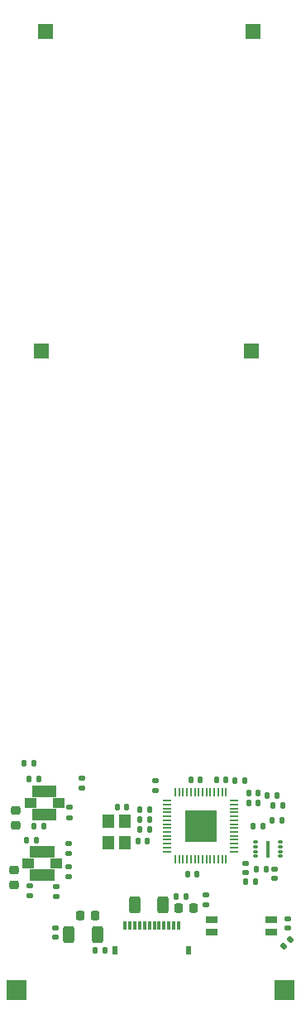
<source format=gbr>
%TF.GenerationSoftware,KiCad,Pcbnew,8.0.1*%
%TF.CreationDate,2024-04-01T01:15:32-04:00*%
%TF.ProjectId,MicrocontrollerInputModule,4d696372-6f63-46f6-9e74-726f6c6c6572,V3.0*%
%TF.SameCoordinates,Original*%
%TF.FileFunction,Soldermask,Bot*%
%TF.FilePolarity,Negative*%
%FSLAX46Y46*%
G04 Gerber Fmt 4.6, Leading zero omitted, Abs format (unit mm)*
G04 Created by KiCad (PCBNEW 8.0.1) date 2024-04-01 01:15:32*
%MOMM*%
%LPD*%
G01*
G04 APERTURE LIST*
G04 Aperture macros list*
%AMRoundRect*
0 Rectangle with rounded corners*
0 $1 Rounding radius*
0 $2 $3 $4 $5 $6 $7 $8 $9 X,Y pos of 4 corners*
0 Add a 4 corners polygon primitive as box body*
4,1,4,$2,$3,$4,$5,$6,$7,$8,$9,$2,$3,0*
0 Add four circle primitives for the rounded corners*
1,1,$1+$1,$2,$3*
1,1,$1+$1,$4,$5*
1,1,$1+$1,$6,$7*
1,1,$1+$1,$8,$9*
0 Add four rect primitives between the rounded corners*
20,1,$1+$1,$2,$3,$4,$5,0*
20,1,$1+$1,$4,$5,$6,$7,0*
20,1,$1+$1,$6,$7,$8,$9,0*
20,1,$1+$1,$8,$9,$2,$3,0*%
G04 Aperture macros list end*
%ADD10R,1.500000X1.500000*%
%ADD11RoundRect,0.140000X-0.140000X-0.170000X0.140000X-0.170000X0.140000X0.170000X-0.140000X0.170000X0*%
%ADD12RoundRect,0.140000X0.140000X0.170000X-0.140000X0.170000X-0.140000X-0.170000X0.140000X-0.170000X0*%
%ADD13RoundRect,0.135000X0.185000X-0.135000X0.185000X0.135000X-0.185000X0.135000X-0.185000X-0.135000X0*%
%ADD14RoundRect,0.225000X-0.250000X0.225000X-0.250000X-0.225000X0.250000X-0.225000X0.250000X0.225000X0*%
%ADD15RoundRect,0.050000X0.050000X-0.387500X0.050000X0.387500X-0.050000X0.387500X-0.050000X-0.387500X0*%
%ADD16RoundRect,0.050000X0.387500X-0.050000X0.387500X0.050000X-0.387500X0.050000X-0.387500X-0.050000X0*%
%ADD17R,3.200000X3.200000*%
%ADD18RoundRect,0.135000X0.135000X0.185000X-0.135000X0.185000X-0.135000X-0.185000X0.135000X-0.185000X0*%
%ADD19RoundRect,0.250000X0.312500X0.625000X-0.312500X0.625000X-0.312500X-0.625000X0.312500X-0.625000X0*%
%ADD20RoundRect,0.147500X-0.172500X0.147500X-0.172500X-0.147500X0.172500X-0.147500X0.172500X0.147500X0*%
%ADD21RoundRect,0.135000X-0.135000X-0.185000X0.135000X-0.185000X0.135000X0.185000X-0.135000X0.185000X0*%
%ADD22RoundRect,0.135000X-0.185000X0.135000X-0.185000X-0.135000X0.185000X-0.135000X0.185000X0.135000X0*%
%ADD23RoundRect,0.225000X-0.225000X-0.250000X0.225000X-0.250000X0.225000X0.250000X-0.225000X0.250000X0*%
%ADD24RoundRect,0.075000X-0.187500X-0.075000X0.187500X-0.075000X0.187500X0.075000X-0.187500X0.075000X0*%
%ADD25R,0.300000X1.700000*%
%ADD26R,2.000000X2.000000*%
%ADD27R,1.200000X1.400000*%
%ADD28RoundRect,0.013920X0.518080X0.218080X-0.518080X0.218080X-0.518080X-0.218080X0.518080X-0.218080X0*%
%ADD29RoundRect,0.013920X-0.218080X0.518080X-0.218080X-0.518080X0.218080X-0.518080X0.218080X0.518080X0*%
%ADD30RoundRect,0.050000X0.150000X0.400000X-0.150000X0.400000X-0.150000X-0.400000X0.150000X-0.400000X0*%
%ADD31RoundRect,0.050000X0.200000X0.400000X-0.200000X0.400000X-0.200000X-0.400000X0.200000X-0.400000X0*%
%ADD32RoundRect,0.140000X-0.170000X0.140000X-0.170000X-0.140000X0.170000X-0.140000X0.170000X0.140000X0*%
%ADD33R,1.250000X0.760000*%
%ADD34RoundRect,0.147500X0.147500X0.172500X-0.147500X0.172500X-0.147500X-0.172500X0.147500X-0.172500X0*%
%ADD35RoundRect,0.147500X0.017678X-0.226274X0.226274X-0.017678X-0.017678X0.226274X-0.226274X0.017678X0*%
G04 APERTURE END LIST*
D10*
%TO.C,*%
X5592893Y102450108D03*
%TD*%
%TO.C,*%
X26892893Y102450108D03*
%TD*%
%TO.C,*%
X26692893Y69750108D03*
%TD*%
D11*
%TO.C,C5*%
X26900000Y21185000D03*
X27860000Y21185000D03*
%TD*%
D12*
%TO.C,C7*%
X26000000Y25857000D03*
X25040000Y25857000D03*
%TD*%
D13*
%TO.C,R8*%
X4042893Y14080108D03*
X4042893Y15100108D03*
%TD*%
D14*
%TO.C,C18*%
X2369999Y16705000D03*
X2369999Y15155000D03*
%TD*%
D15*
%TO.C,U2*%
X24100000Y17762500D03*
X23700000Y17762500D03*
X23300000Y17762500D03*
X22900000Y17762500D03*
X22500000Y17762500D03*
X22100000Y17762500D03*
X21700000Y17762500D03*
X21300000Y17762500D03*
X20900000Y17762500D03*
X20500000Y17762500D03*
X20100000Y17762500D03*
X19700000Y17762500D03*
X19300000Y17762500D03*
X18900000Y17762500D03*
D16*
X18062500Y18600000D03*
X18062500Y19000000D03*
X18062500Y19400000D03*
X18062500Y19800000D03*
X18062500Y20200000D03*
X18062500Y20600000D03*
X18062500Y21000000D03*
X18062500Y21400000D03*
X18062500Y21800000D03*
X18062500Y22200000D03*
X18062500Y22600000D03*
X18062500Y23000000D03*
X18062500Y23400000D03*
X18062500Y23800000D03*
D15*
X18900000Y24637500D03*
X19300000Y24637500D03*
X19700000Y24637500D03*
X20100000Y24637500D03*
X20500000Y24637500D03*
X20900000Y24637500D03*
X21300000Y24637500D03*
X21700000Y24637500D03*
X22100000Y24637500D03*
X22500000Y24637500D03*
X22900000Y24637500D03*
X23300000Y24637500D03*
X23700000Y24637500D03*
X24100000Y24637500D03*
D16*
X24937500Y23800000D03*
X24937500Y23400000D03*
X24937500Y23000000D03*
X24937500Y22600000D03*
X24937500Y22200000D03*
X24937500Y21800000D03*
X24937500Y21400000D03*
X24937500Y21000000D03*
X24937500Y20600000D03*
X24937500Y20200000D03*
X24937500Y19800000D03*
X24937500Y19400000D03*
X24937500Y19000000D03*
X24937500Y18600000D03*
D17*
X21500000Y21200000D03*
%TD*%
D18*
%TO.C,R12*%
X5460000Y21180000D03*
X4440000Y21180000D03*
%TD*%
%TO.C,R7*%
X11742893Y8450108D03*
X10722893Y8450108D03*
%TD*%
D19*
%TO.C,F1*%
X17662500Y13140000D03*
X14737500Y13140000D03*
%TD*%
D20*
%TO.C,D5*%
X22032893Y14130108D03*
X22032893Y13160108D03*
%TD*%
D21*
%TO.C,R1*%
X26110000Y15480000D03*
X27130000Y15480000D03*
%TD*%
D22*
%TO.C,R11*%
X8099999Y23100001D03*
X8099999Y22080001D03*
%TD*%
D23*
%TO.C,C16*%
X9172893Y12040108D03*
X10722893Y12040108D03*
%TD*%
%TO.C,C15*%
X19225000Y12800000D03*
X20775000Y12800000D03*
%TD*%
D11*
%TO.C,C9*%
X28840000Y21757000D03*
X29800000Y21757000D03*
%TD*%
D12*
%TO.C,C1*%
X16060000Y19700000D03*
X15100000Y19700000D03*
%TD*%
D20*
%TO.C,D1*%
X6622893Y10790108D03*
X6622893Y9820108D03*
%TD*%
D24*
%TO.C,U1*%
X27120000Y18107000D03*
X27120000Y18607000D03*
X27120000Y19107000D03*
X27120000Y19607000D03*
X29695000Y19607000D03*
X29695000Y19107000D03*
X29695000Y18607000D03*
X29695000Y18107000D03*
D25*
X28407500Y18857000D03*
%TD*%
D26*
%TO.C,REF\u002A\u002A*%
X30092893Y4450108D03*
%TD*%
D18*
%TO.C,R2*%
X28220000Y16816000D03*
X27200000Y16816000D03*
%TD*%
D11*
%TO.C,C6*%
X26400000Y23600000D03*
X27360000Y23600000D03*
%TD*%
D18*
%TO.C,R9*%
X4900000Y26000000D03*
X3880000Y26000000D03*
%TD*%
D13*
%TO.C,R10*%
X9350000Y25087000D03*
X9350000Y26107000D03*
%TD*%
D12*
%TO.C,C11*%
X24080000Y25950000D03*
X23120000Y25950000D03*
%TD*%
D27*
%TO.C,Y1*%
X13714000Y21665000D03*
X13714000Y19465000D03*
X12014000Y19465000D03*
X12014000Y21665000D03*
%TD*%
D19*
%TO.C,F2*%
X10932893Y10110108D03*
X8007893Y10110108D03*
%TD*%
D28*
%TO.C,U4*%
X3865000Y17655000D03*
D29*
X4300000Y18590000D03*
X4800000Y18590000D03*
X5300000Y18590000D03*
X5800000Y18590000D03*
X6300000Y18590000D03*
D28*
X6735000Y17655000D03*
X6735000Y17155000D03*
D29*
X6300000Y16220000D03*
X5800000Y16220000D03*
X5300000Y16220000D03*
X4800000Y16220000D03*
X4300000Y16220000D03*
D28*
X3865000Y17155000D03*
%TD*%
D22*
%TO.C,R15*%
X7969999Y17005000D03*
X7969999Y15985000D03*
%TD*%
%TO.C,R16*%
X6692893Y15020108D03*
X6692893Y14000108D03*
%TD*%
D18*
%TO.C,R5*%
X29880000Y23277000D03*
X28860000Y23277000D03*
%TD*%
D13*
%TO.C,R14*%
X7969999Y18405000D03*
X7969999Y19425000D03*
%TD*%
D14*
%TO.C,C17*%
X2600000Y22800000D03*
X2600000Y21250000D03*
%TD*%
D30*
%TO.C,J2*%
X13750000Y11000000D03*
X14250000Y11000000D03*
X14750000Y11000000D03*
X15250000Y11000000D03*
X15750000Y11000000D03*
X16250000Y11000000D03*
X16750000Y11000000D03*
X17250000Y11000000D03*
X17750000Y11000000D03*
X18250000Y11000000D03*
X18750000Y11000000D03*
X19250000Y11000000D03*
D31*
X12750000Y8500000D03*
X20250000Y8500000D03*
%TD*%
D11*
%TO.C,C2*%
X12940000Y23150000D03*
X13900000Y23150000D03*
%TD*%
D32*
%TO.C,C10*%
X26100000Y17400000D03*
X26100000Y16440000D03*
%TD*%
%TO.C,C3*%
X29100000Y16796000D03*
X29100000Y15836000D03*
%TD*%
D10*
%TO.C,REF\u002A\u002A*%
X5192893Y69750108D03*
%TD*%
D11*
%TO.C,C13*%
X20520000Y25950000D03*
X21480000Y25950000D03*
%TD*%
D18*
%TO.C,R6*%
X29340000Y24327000D03*
X28320000Y24327000D03*
%TD*%
D33*
%TO.C,SW1*%
X28742893Y11620108D03*
X28742893Y10350108D03*
X22592893Y10350108D03*
X22592893Y11620108D03*
%TD*%
D26*
%TO.C,REF\u002A\u002A*%
X2692893Y4450108D03*
%TD*%
D11*
%TO.C,C12*%
X20172893Y16300108D03*
X21132893Y16300108D03*
%TD*%
D20*
%TO.C,D4*%
X30392893Y11750108D03*
X30392893Y10780108D03*
%TD*%
D18*
%TO.C,R13*%
X4662893Y19780108D03*
X3642893Y19780108D03*
%TD*%
D11*
%TO.C,C8*%
X26400000Y24607000D03*
X27360000Y24607000D03*
%TD*%
D34*
%TO.C,D2*%
X19985000Y14000000D03*
X19015000Y14000000D03*
%TD*%
D12*
%TO.C,C4*%
X16260000Y22875000D03*
X15300000Y22875000D03*
%TD*%
D28*
%TO.C,U3*%
X4065000Y23850000D03*
D29*
X4500000Y24785000D03*
X5000000Y24785000D03*
X5500000Y24785000D03*
X6000000Y24785000D03*
X6500000Y24785000D03*
D28*
X6935000Y23850000D03*
X6935000Y23350000D03*
D29*
X6500000Y22415000D03*
X6000000Y22415000D03*
X5500000Y22415000D03*
X5000000Y22415000D03*
X4500000Y22415000D03*
D28*
X4065000Y23350000D03*
%TD*%
D35*
%TO.C,D3*%
X29956999Y8914214D03*
X30642893Y9600108D03*
%TD*%
D21*
%TO.C,R3*%
X15290000Y20875000D03*
X16310000Y20875000D03*
%TD*%
D12*
%TO.C,C14*%
X16260000Y21900000D03*
X15300000Y21900000D03*
%TD*%
D22*
%TO.C,R4*%
X16900000Y25820000D03*
X16900000Y24800000D03*
%TD*%
D18*
%TO.C,R24*%
X4392893Y27620108D03*
X3372893Y27620108D03*
%TD*%
M02*

</source>
